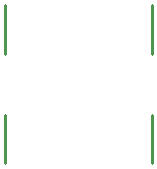
<source format=gbr>
%TF.GenerationSoftware,Altium Limited,Altium Designer,20.1.8 (145)*%
G04 Layer_Color=65535*
%FSLAX45Y45*%
%MOMM*%
%TF.SameCoordinates,69C50D53-9BFA-4F85-B750-FB8D41B2BBF4*%
%TF.FilePolarity,Positive*%
%TF.FileFunction,Legend,Top*%
%TF.Part,Single*%
G01*
G75*
%TA.AperFunction,NonConductor*%
%ADD44C,0.25400*%
D44*
X57041Y1035480D02*
Y1445479D01*
Y105480D02*
Y515480D01*
X1297041Y1035480D02*
Y1445479D01*
Y105480D02*
Y515480D01*
%TF.MD5,f731c2c71f4ef26c22561ccb0d3a2863*%
M02*

</source>
